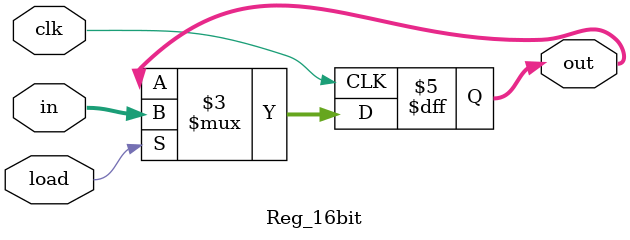
<source format=v>
module Reg_16bit(out,in,load,clk);
	output [15:0]out;
	input [15:0]in;
	input load,clk;
	
	reg [15:0]out;
	
	always @(posedge clk) begin
		if (load==1)
			out<=in;
	end
	
endmodule

</source>
